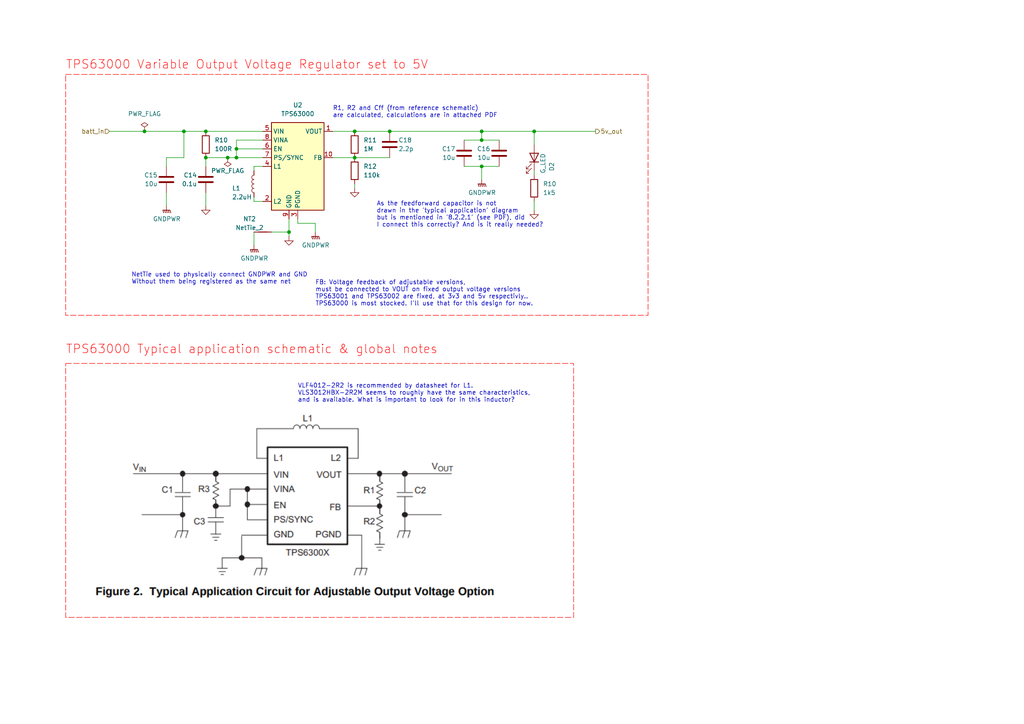
<source format=kicad_sch>
(kicad_sch (version 20230121) (generator eeschema)
  (paper "A4")
  (title_block (title "Shotclock Mainboard") (date "2023-06-28") (rev "1") (comment 1 "Author: M. de Waard"))
  (lib_symbols
    (symbol "Device:C" (pin_numbers hide) (pin_names (offset 0.254))
      (property "Reference" "C" (at 0.635 2.54 0))
      (property "Value" "C" (at 0.635 -2.54 0))
      (symbol "C_0_1"
        (polyline (pts (xy -2.032 -0.762) (xy 2.032 -0.762)) (stroke (width 0.508)))
        (polyline (pts (xy -2.032 0.762) (xy 2.032 0.762)) (stroke (width 0.508)))
      )
      (symbol "C_1_1"
        (pin passive line (at 0 3.81 270) (length 2.794) (name "~") (number "1"))
        (pin passive line (at 0 -3.81 90) (length 2.794) (name "~") (number "2"))
      )
    )
    (symbol "Device:L" (pin_numbers hide) (pin_names (offset 1.016) hide)
      (property "Reference" "L" (at -1.27 0 90))
      (property "Value" "L" (at 1.905 0 90))
      (symbol "L_0_1"
        (arc (start 0 -2.54) (mid 0.6323 -1.905) (end 0 -1.27))
        (arc (start 0 -1.27) (mid 0.6323 -0.635) (end 0 0))
        (arc (start 0 0) (mid 0.6323 0.635) (end 0 1.27))
        (arc (start 0 1.27) (mid 0.6323 1.905) (end 0 2.54))
      )
      (symbol "L_1_1"
        (pin passive line (at 0 3.81 270) (length 1.27) (name "1") (number "1"))
        (pin passive line (at 0 -3.81 90) (length 1.27) (name "2") (number "2"))
      )
    )
    (symbol "Device:LED" (pin_numbers hide) (pin_names (offset 1.016) hide)
      (property "Reference" "D" (at 0 2.54 0))
      (property "Value" "LED" (at 0 -2.54 0))
      (symbol "LED_0_1"
        (polyline (pts (xy -1.27 -1.27) (xy -1.27 1.27)) (stroke (width 0.254)))
        (polyline (pts (xy -1.27 0) (xy 1.27 0)))
        (polyline (pts (xy 1.27 -1.27) (xy 1.27 1.27) (xy -1.27 0) (xy 1.27 -1.27)) (stroke (width 0.254)))
        (polyline (pts (xy -3.048 -0.762) (xy -4.572 -2.286) (xy -3.81 -2.286) (xy -4.572 -2.286) (xy -4.572 -1.524)))
        (polyline (pts (xy -1.778 -0.762) (xy -3.302 -2.286) (xy -2.54 -2.286) (xy -3.302 -2.286) (xy -3.302 -1.524)))
      )
      (symbol "LED_1_1"
        (pin passive line (at -3.81 0 0) (length 2.54) (name "K") (number "1"))
        (pin passive line (at 3.81 0 180) (length 2.54) (name "A") (number "2"))
      )
    )
    (symbol "Device:NetTie_2" (pin_numbers hide) (pin_names (offset 0) hide) (in_bom no)
      (property "Reference" "NT" (at 0 1.27 0))
      (property "Value" "NetTie_2" (at 0 -1.27 0))
      (symbol "NetTie_2_0_1"
        (polyline (pts (xy -1.27 0) (xy 1.27 0)) (stroke (width 0.254)))
      )
      (symbol "NetTie_2_1_1"
        (pin passive line (at -2.54 0 0) (length 2.54) (name "1") (number "1"))
        (pin passive line (at 2.54 0 180) (length 2.54) (name "2") (number "2"))
      )
    )
    (symbol "Device:R" (pin_numbers hide) (pin_names (offset 0))
      (property "Reference" "R" (at 2.032 0 90))
      (property "Value" "R" (at 0 0 90))
      (symbol "R_0_1"
        (rectangle (start -1.016 -2.54) (end 1.016 2.54) (stroke (width 0.254)))
      )
      (symbol "R_1_1"
        (pin passive line (at 0 3.81 270) (length 1.27) (name "~") (number "1"))
        (pin passive line (at 0 -3.81 90) (length 1.27) (name "~") (number "2"))
      )
    )
    (symbol "Regulator_Switching:TPS63001"
      (property "Reference" "U" (at -7.62 13.97 0))
      (property "Value" "TPS63001" (at 5.08 13.97 0))
      (symbol "TPS63001_0_1"
        (rectangle (start -7.62 12.7) (end 7.62 -12.7) (stroke (width 0.254)) (fill (type background)))
      )
      (symbol "TPS63001_1_1"
        (pin power_out line (at 10.16 10.16 180) (length 2.54) (name "VOUT") (number "1"))
        (pin input line (at 10.16 2.54 180) (length 2.54) (name "FB") (number "10"))
        (pin passive line (at 0 -15.24 90) (length 2.54) hide (name "PGND") (number "11"))
        (pin input line (at -10.16 -10.16 0) (length 2.54) (name "L2") (number "2"))
        (pin power_in line (at 0 -15.24 90) (length 2.54) (name "PGND") (number "3"))
        (pin input line (at -10.16 0 0) (length 2.54) (name "L1") (number "4"))
        (pin power_in line (at -10.16 10.16 0) (length 2.54) (name "VIN") (number "5"))
        (pin input line (at -10.16 5.08 0) (length 2.54) (name "EN") (number "6"))
        (pin input line (at -10.16 2.54 0) (length 2.54) (name "PS/SYNC") (number "7"))
        (pin power_in line (at -10.16 7.62 0) (length 2.54) (name "VINA") (number "8"))
        (pin power_in line (at -2.54 -15.24 90) (length 2.54) (name "GND") (number "9"))
      )
    )
    (symbol "power:GND" (power) (pin_names (offset 0))
      (property "Value" "GND" (at 0 -3.81 0))
      (symbol "GND_0_1"
        (polyline (pts (xy 0 0) (xy 0 -1.27) (xy 1.27 -1.27) (xy 0 -2.54) (xy -1.27 -1.27) (xy 0 -1.27)))
      )
      (symbol "GND_1_1"
        (pin power_in line (at 0 0 270) (length 0) hide (name "GND") (number "1"))
      )
    )
    (symbol "power:GNDPWR" (power) (pin_names (offset 0))
      (property "Value" "GNDPWR" (at 0 -3.302 0))
      (symbol "GNDPWR_0_1"
        (polyline (pts (xy 0 -1.27) (xy 0 0)))
        (polyline (pts (xy -1.016 -1.27) (xy -1.27 -2.032) (xy -1.27 -2.032)) (stroke (width 0.2032)))
        (polyline (pts (xy -0.508 -1.27) (xy -0.762 -2.032) (xy -0.762 -2.032)) (stroke (width 0.2032)))
        (polyline (pts (xy 0 -1.27) (xy -0.254 -2.032) (xy -0.254 -2.032)) (stroke (width 0.2032)))
        (polyline (pts (xy 0.508 -1.27) (xy 0.254 -2.032) (xy 0.254 -2.032)) (stroke (width 0.2032)))
        (polyline (pts (xy 1.016 -1.27) (xy -1.016 -1.27) (xy -1.016 -1.27)) (stroke (width 0.2032)))
        (polyline (pts (xy 1.016 -1.27) (xy 0.762 -2.032) (xy 0.762 -2.032) (xy 0.762 -2.032)) (stroke (width 0.2032)))
      )
      (symbol "GNDPWR_1_1"
        (pin power_in line (at 0 0 270) (length 0) hide (name "GNDPWR") (number "1"))
      )
    )
    (symbol "power:PWR_FLAG" (power) (pin_numbers hide) (pin_names (offset 0) hide)
      (property "Value" "PWR_FLAG" (at 0 3.81 0))
      (symbol "PWR_FLAG_0_0"
        (pin power_out line (at 0 0 90) (length 0) (name "pwr") (number "1"))
      )
      (symbol "PWR_FLAG_0_1"
        (polyline (pts (xy 0 0) (xy 0 1.27) (xy -1.016 1.905) (xy 0 2.54) (xy 1.016 1.905) (xy 0 1.27)))
      )
    )
  )
  (junction (at 83.82 67.31))
  (junction (at 154.94 38.1))
  (junction (at 139.7 38.1))
  (junction (at 139.7 48.26))
  (junction (at 59.69 38.1))
  (junction (at 68.58 43.18))
  (junction (at 66.04 45.72))
  (junction (at 59.69 45.72))
  (junction (at 41.91 38.1))
  (junction (at 53.34 38.1))
  (junction (at 102.87 38.1))
  (junction (at 113.03 38.1))
  (junction (at 102.87 45.72))
  (junction (at 68.58 45.72))
  (junction (at 139.7 40.64))
  (wire (pts (xy 113.03 45.72) (xy 102.87 45.72)))
  (wire (pts (xy 59.69 45.72) (xy 59.69 48.26)))
  (wire (pts (xy 68.58 45.72) (xy 68.58 43.18)))
  (wire (pts (xy 139.7 38.1) (xy 139.7 40.64)))
  (wire (pts (xy 139.7 48.26) (xy 134.62 48.26)))
  (wire (pts (xy 86.36 63.5) (xy 86.36 64.77)))
  (wire (pts (xy 66.04 45.72) (xy 68.58 45.72)))
  (wire (pts (xy 59.69 55.88) (xy 59.69 59.69)))
  (wire (pts (xy 48.26 45.72) (xy 53.34 45.72)))
  (wire (pts (xy 76.2 43.18) (xy 68.58 43.18)))
  (wire (pts (xy 144.78 48.26) (xy 139.7 48.26)))
  (wire (pts (xy 139.7 40.64) (xy 134.62 40.64)))
  (wire (pts (xy 154.94 38.1) (xy 154.94 41.91)))
  (wire (pts (xy 102.87 45.72) (xy 96.52 45.72)))
  (wire (pts (xy 59.69 38.1) (xy 76.2 38.1)))
  (wire (pts (xy 154.94 49.53) (xy 154.94 50.8)))
  (wire (pts (xy 78.74 67.31) (xy 83.82 67.31)))
  (wire (pts (xy 48.26 55.88) (xy 48.26 59.69)))
  (wire (pts (xy 154.94 38.1) (xy 172.72 38.1)))
  (wire (pts (xy 113.03 38.1) (xy 139.7 38.1)))
  (wire (pts (xy 68.58 40.64) (xy 76.2 40.64)))
  (wire (pts (xy 48.26 48.26) (xy 48.26 45.72)))
  (wire (pts (xy 76.2 58.42) (xy 73.66 58.42)))
  (wire (pts (xy 83.82 67.31) (xy 83.82 68.58)))
  (wire (pts (xy 102.87 38.1) (xy 96.52 38.1)))
  (wire (pts (xy 139.7 38.1) (xy 154.94 38.1)))
  (wire (pts (xy 59.69 38.1) (xy 53.34 38.1)))
  (wire (pts (xy 76.2 45.72) (xy 68.58 45.72)))
  (wire (pts (xy 86.36 64.77) (xy 91.44 64.77)))
  (wire (pts (xy 139.7 48.26) (xy 139.7 52.07)))
  (wire (pts (xy 41.91 38.1) (xy 53.34 38.1)))
  (wire (pts (xy 73.66 48.26) (xy 73.66 49.53)))
  (wire (pts (xy 68.58 43.18) (xy 68.58 40.64)))
  (wire (pts (xy 102.87 53.34) (xy 102.87 54.61)))
  (wire (pts (xy 144.78 40.64) (xy 139.7 40.64)))
  (wire (pts (xy 91.44 64.77) (xy 91.44 67.31)))
  (wire (pts (xy 59.69 45.72) (xy 66.04 45.72)))
  (wire (pts (xy 73.66 58.42) (xy 73.66 57.15)))
  (wire (pts (xy 31.75 38.1) (xy 41.91 38.1)))
  (wire (pts (xy 154.94 58.42) (xy 154.94 60.96)))
  (wire (pts (xy 76.2 48.26) (xy 73.66 48.26)))
  (wire (pts (xy 83.82 63.5) (xy 83.82 67.31)))
  (wire (pts (xy 53.34 38.1) (xy 53.34 45.72)))
  (wire (pts (xy 113.03 38.1) (xy 102.87 38.1)))
  (wire (pts (xy 73.66 67.31) (xy 73.66 71.12)))
  (rectangle (start 19.05 105.41) (end 166.37 179.07) (stroke (width 0) (type dash) (color 255 0 0 1)))
  (rectangle (start 19.05 21.59) (end 187.96 91.44) (stroke (width 0) (type dash) (color 255 0 0 1)))
  (image (at 90.17 147.32) (scale 2.22041))
  (text "As the feedforward capacitor is not \ndrawn in the 'typical application' diagram\nbut is mentioned in '8.2.2.1' (see PDF), did\nI connect this correctly? And is it really needed?\n" (at 109.22 66.04 0) (effects (font (size 1.27 1.27)) (justify left bottom)))
  (text "NetTie used to physically connect GNDPWR and GND\nWithout them being registered as the same net" (at 38.1 82.55 0) (effects (font (size 1.27 1.27)) (justify left bottom)))
  (text "R1, R2 and Cff (from reference schematic)\nare calculated, calculations are in attached PDF" (at 96.52 34.29 0) (effects (font (size 1.27 1.27)) (justify left bottom)))
  (text "FB: Voltage feedback of adjustable versions, \nmust be connected to VOUT on fixed output voltage versions\nTPS63001 and TPS63002 are fixed, at 3v3 and 5v respectivly..\nTPS63000 is most stocked. I'll use that for this design for now." (at 91.44 88.9 0) (effects (font (size 1.27 1.27)) (justify left bottom)))
  (text "TPS63000 Variable Output Voltage Regulator set to 5V" (at 19.05 20.32 0) (effects (font (size 2.5 2.5)) (justify left bottom)))
  (text "VLF4012-2R2 is recommended by datasheet for L1.\nVLS3012HBX-2R2M seems to roughly have the same characteristics, \nand is available. What is important to look for in this inductor?\n" (at 86.36 116.84 0) (effects (font (size 1.27 1.27)) (justify left bottom)))
  (text "TPS63000 Typical application schematic & global notes" (at 19.05 102.87 0) (effects (font (size 2.5 2.5)) (justify left bottom)))
  (hierarchical_label "batt_in" (shape input) (at 31.75 38.1 180))
  (hierarchical_label "5v_out" (shape output) (at 172.72 38.1 0))
  (symbol (lib_id "power:GND") (at 59.69 59.69 0) (mirror y) (unit 1)
    (property "Reference" "#PWR030" (effects hide))
    (property "Value" "GND" (effects hide))
    (instances (project "ShotClockProject" (path "" (reference "#PWR030") (unit 1)) (path "" (reference "#PWR048") (unit 1)) (path "" (reference "#PWR064") (unit 1))))
  )
  (symbol (lib_id "Device:NetTie_2") (at 76.2 67.31 0) (unit 1) (in_bom no)
    (property "Reference" "NT2" (at 72.39 63.5 0))
    (property "Value" "NetTie_2" (at 72.39 66.04 0))
    (property "Footprint" "NetTie:NetTie-2_SMD_Pad2.0mm" (effects hide))
    (instances (project "ShotClockProject" (path "" (reference "NT2") (unit 1)) (path "" (reference "NT3") (unit 1))))
  )
  (symbol (lib_id "power:GNDPWR") (at 73.66 71.12 0) (mirror y) (unit 1)
    (property "Reference" "#PWR028" (effects hide))
    (property "Value" "GNDPWR" (at 73.787 74.93 0))
    (instances (project "ShotClockProject" (path "" (reference "#PWR028") (unit 1)) (path "" (reference "#PWR051") (unit 1)) (path "" (reference "#PWR068") (unit 1))))
  )
  (symbol (lib_id "Regulator_Switching:TPS63001") (at 86.36 48.26 0) (unit 1)
    (property "Reference" "U2" (at 86.36 30.48 0))
    (property "Value" "TPS63000" (at 86.36 33.02 0))
    (property "Footprint" "Package_SON_Altered:Texas_DRC0010J_ThermalVias_Altered" (effects hide))
    (property "Datasheet" "http://www.ti.com/lit/ds/symlink/tps63000.pdf" (effects hide))
    (property "LCSC Part #" "C24966" (effects hide))
    (property "LCSC Part" "C24966" (effects hide))
    (instances (project "ShotClockProject" (path "" (reference "U2") (unit 1)) (path "" (reference "U3") (unit 1)) (path "" (reference "U4") (unit 1))))
  )
  (symbol (lib_id "power:PWR_FLAG") (at 66.04 45.72 180) (unit 1)
    (property "Reference" "#FLG02" (effects hide))
    (property "Value" "PWR_FLAG" (at 66.04 49.53 0))
    (instances (project "ShotClockProject" (path "" (reference "#FLG02") (unit 1)) (path "" (reference "#FLG04") (unit 1)) (path "" (reference "#FLG08") (unit 1)) (path "" (reference "#FLG012") (unit 1))))
  )
  (symbol (lib_id "Device:C") (at 48.26 52.07 0) (mirror y) (unit 1)
    (property "Reference" "C15" (at 45.72 50.8 0) (effects (justify left)))
    (property "Value" "10u" (at 45.72 53.34 0) (effects (justify left)))
    (property "Footprint" "Capacitor_SMD:C_0603_1608Metric" (effects hide))
    (property "LCSC Part #" "C96446" (effects hide))
    (property "LCSC Part" "C96446" (effects hide))
    (instances (project "ShotClockProject" (path "" (reference "C15") (unit 1)) (path "" (reference "C20") (unit 1)) (path "" (reference "C26") (unit 1))))
  )
  (symbol (lib_id "power:GNDPWR") (at 91.44 67.31 0) (mirror y) (unit 1)
    (property "Reference" "#PWR020" (effects hide))
    (property "Value" "GNDPWR" (at 91.567 71.12 0))
    (instances (project "ShotClockProject" (path "" (reference "#PWR020") (unit 1)) (path "" (reference "#PWR049") (unit 1)) (path "" (reference "#PWR066") (unit 1))))
  )
  (symbol (lib_id "Device:LED") (at 154.94 45.72 270) (mirror x) (unit 1)
    (property "Reference" "D2" (at 160.02 46.99 0) (effects (justify right)))
    (property "Value" "G_LED" (at 157.48 44.45 0) (effects (justify right)))
    (property "Footprint" "LED_SMD:LED_0603_1608Metric" (effects hide))
    (property "LCSC Part #" "C72043" (effects hide))
    (property "LCSC Part" "C72043" (effects hide))
    (instances (project "ShotClockProject" (path "" (reference "D2") (unit 1)) (path "" (reference "D3") (unit 1)) (path "" (reference "D5") (unit 1)) (path "" (reference "D6") (unit 1))))
  )
  (symbol (lib_id "Device:C") (at 144.78 44.45 0) (mirror y) (unit 1)
    (property "Reference" "C16" (at 142.24 43.18 0) (effects (justify left)))
    (property "Value" "10u" (at 142.24 45.72 0) (effects (justify left)))
    (property "Footprint" "Capacitor_SMD:C_0603_1608Metric" (effects hide))
    (property "LCSC Part #" "C96446" (effects hide))
    (property "LCSC Part" "C96446" (effects hide))
    (instances (project "ShotClockProject" (path "" (reference "C16") (unit 1)) (path "" (reference "C19") (unit 1)) (path "" (reference "C25") (unit 1))))
  )
  (symbol (lib_id "power:GND") (at 154.94 60.96 0) (mirror y) (unit 1)
    (property "Reference" "#PWR033" (effects hide))
    (property "Value" "GND" (effects hide))
    (instances (project "ShotClockProject" (path "" (reference "#PWR033") (unit 1)) (path "" (reference "#PWR074") (unit 1)) (path "" (reference "#PWR065") (unit 1))))
  )
  (symbol (lib_id "Device:R") (at 59.69 41.91 0) (mirror y) (unit 1)
    (property "Reference" "R10" (at 62.23 40.64 0) (effects (justify right)))
    (property "Value" "100R" (at 62.23 43.18 0) (effects (justify right)))
    (property "Footprint" "Resistor_SMD:R_0402_1005Metric" (effects hide))
    (property "LCSC Part #" "C25076" (effects hide))
    (property "LCSC Part" "C25076" (effects hide))
    (instances (project "ShotClockProject" (path "" (reference "R10") (unit 1)) (path "" (reference "R19") (unit 1)) (path "" (reference "R30") (unit 1))))
  )
  (symbol (lib_id "Device:C") (at 134.62 44.45 0) (mirror y) (unit 1)
    (property "Reference" "C17" (at 132.08 43.18 0) (effects (justify left)))
    (property "Value" "10u" (at 132.08 45.72 0) (effects (justify left)))
    (property "Footprint" "Capacitor_SMD:C_0603_1608Metric" (effects hide))
    (property "LCSC Part #" "C96446" (effects hide))
    (property "LCSC Part" "C96446" (effects hide))
    (instances (project "ShotClockProject" (path "" (reference "C17") (unit 1)) (path "" (reference "C18") (unit 1)) (path "" (reference "C24") (unit 1))))
  )
  (symbol (lib_id "Device:R") (at 154.94 54.61 0) (mirror y) (unit 1)
    (property "Reference" "R10" (at 157.48 53.34 0) (effects (justify right)))
    (property "Value" "1k5" (at 157.48 55.88 0) (effects (justify right)))
    (property "Footprint" "Resistor_SMD:R_0402_1005Metric" (effects hide))
    (property "LCSC Part #" "C25867" (effects hide))
    (property "LCSC Part" "C25867" (effects hide))
    (instances (project "ShotClockProject" (path "" (reference "R10") (unit 1)) (path "" (reference "R28") (unit 1)) (path "" (reference "R33") (unit 1))))
  )
  (symbol (lib_id "power:GNDPWR") (at 139.7 52.07 0) (mirror y) (unit 1)
    (property "Reference" "#PWR032" (effects hide))
    (property "Value" "GNDPWR" (at 139.827 55.88 0))
    (instances (project "ShotClockProject" (path "" (reference "#PWR032") (unit 1)) (path "" (reference "#PWR045") (unit 1)) (path "" (reference "#PWR061") (unit 1))))
  )
  (symbol (lib_id "Device:C") (at 59.69 52.07 0) (mirror y) (unit 1)
    (property "Reference" "C14" (at 57.15 50.8 0) (effects (justify left)))
    (property "Value" "0.1u" (at 57.15 53.34 0) (effects (justify left)))
    (property "Footprint" "Capacitor_SMD:C_0402_1005Metric" (effects hide))
    (property "LCSC Part #" "C1525" (effects hide))
    (property "LCSC Part" "C1525" (effects hide))
    (instances (project "ShotClockProject" (path "" (reference "C14") (unit 1)) (path "" (reference "C21") (unit 1)) (path "" (reference "C27") (unit 1))))
  )
  (symbol (lib_id "Device:R") (at 102.87 49.53 0) (mirror y) (unit 1)
    (property "Reference" "R12" (at 105.41 48.26 0) (effects (justify right)))
    (property "Value" "110k" (at 105.41 50.8 0) (effects (justify right)))
    (property "Footprint" "Resistor_SMD:R_0402_1005Metric" (effects hide))
    (property "LCSC Part #" "C25745" (effects hide))
    (property "LCSC Part" "C25745" (effects hide))
    (instances (project "ShotClockProject" (path "" (reference "R12") (unit 1)) (path "" (reference "R21") (unit 1)) (path "" (reference "R32") (unit 1))))
  )
  (symbol (lib_id "power:GND") (at 102.87 54.61 0) (mirror y) (unit 1)
    (property "Reference" "#PWR033" (effects hide))
    (property "Value" "GND" (effects hide))
    (instances (project "ShotClockProject" (path "" (reference "#PWR033") (unit 1)) (path "" (reference "#PWR046") (unit 1)) (path "" (reference "#PWR062") (unit 1))))
  )
  (symbol (lib_id "Device:C") (at 113.03 41.91 0) (unit 1)
    (property "Reference" "C18" (at 115.57 40.64 0) (effects (justify left)))
    (property "Value" "2.2p" (at 115.57 43.18 0) (effects (justify left)))
    (property "Footprint" "Capacitor_SMD:C_0402_1005Metric" (effects hide))
    (property "LCSC Part #" "C1559" (effects hide))
    (property "LCSC Part" "C1559" (effects hide))
    (instances (project "ShotClockProject" (path "" (reference "C18") (unit 1)) (path "" (reference "C17") (unit 1)) (path "" (reference "C23") (unit 1))))
  )
  (symbol (lib_id "Device:L") (at 73.66 53.34 0) (mirror y) (unit 1)
    (property "Reference" "L1" (at 67.31 54.61 0) (effects (justify right)))
    (property "Value" "2.2uH" (at 67.31 57.15 0) (effects (justify right)))
    (property "Footprint" "Inductor_SMD:L_Sunlord_SWPA3012S" (effects hide))
    (property "LCSC Part #" "C404494" (effects hide))
    (property "LCSC Part" "C404494" (effects hide))
    (instances (project "ShotClockProject" (path "" (reference "L1") (unit 1)) (path "" (reference "L1") (unit 1)) (path "" (reference "L2") (unit 1))))
  )
  (symbol (lib_id "Device:R") (at 102.87 41.91 0) (mirror y) (unit 1)
    (property "Reference" "R11" (at 105.41 40.64 0) (effects (justify right)))
    (property "Value" "1M" (at 105.41 43.18 0) (effects (justify right)))
    (property "Footprint" "Resistor_SMD:R_0402_1005Metric" (effects hide))
    (property "LCSC Part #" "C144787" (effects hide))
    (property "LCSC Part" "C144787" (effects hide))
    (instances (project "ShotClockProject" (path "" (reference "R11") (unit 1)) (path "" (reference "R20") (unit 1)) (path "" (reference "R31") (unit 1))))
  )
  (symbol (lib_id "power:PWR_FLAG") (at 41.91 38.1 0) (unit 1)
    (property "Reference" "#FLG02" (effects hide))
    (property "Value" "PWR_FLAG" (at 41.91 33.02 0))
    (instances (project "ShotClockProject" (path "" (reference "#FLG02") (unit 1)) (path "" (reference "#FLG04") (unit 1)) (path "" (reference "#FLG07") (unit 1)) (path "" (reference "#FLG011") (unit 1))))
  )
  (symbol (lib_id "power:GND") (at 83.82 68.58 0) (mirror y) (unit 1)
    (property "Reference" "#PWR029" (effects hide))
    (property "Value" "GND" (effects hide))
    (instances (project "ShotClockProject" (path "" (reference "#PWR029") (unit 1)) (path "" (reference "#PWR050") (unit 1)) (path "" (reference "#PWR067") (unit 1))))
  )
  (symbol (lib_id "power:GNDPWR") (at 48.26 59.69 0) (mirror y) (unit 1)
    (property "Reference" "#PWR031" (effects hide))
    (property "Value" "GNDPWR" (at 48.387 63.5 0))
    (instances (project "ShotClockProject" (path "" (reference "#PWR031") (unit 1)) (path "" (reference "#PWR047") (unit 1)) (path "" (reference "#PWR063") (unit 1))))
  )
)
</source>
